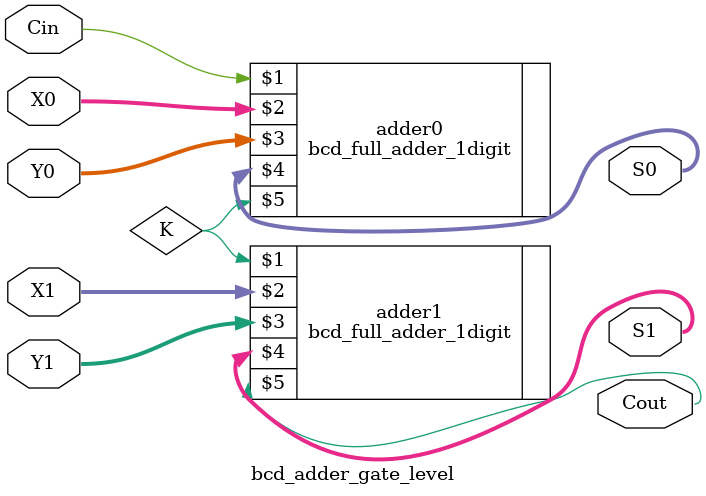
<source format=v>
module bcd_adder_gate_level(
	input Cin,
	input [3:0] X1,X0,Y1,Y0,
	output [3:0] S1,S0,
	output Cout
);

bcd_full_adder_1digit adder0(Cin, X0, Y0, S0, K);
bcd_full_adder_1digit adder1(K, X1, Y1, S1, Cout);

endmodule

</source>
